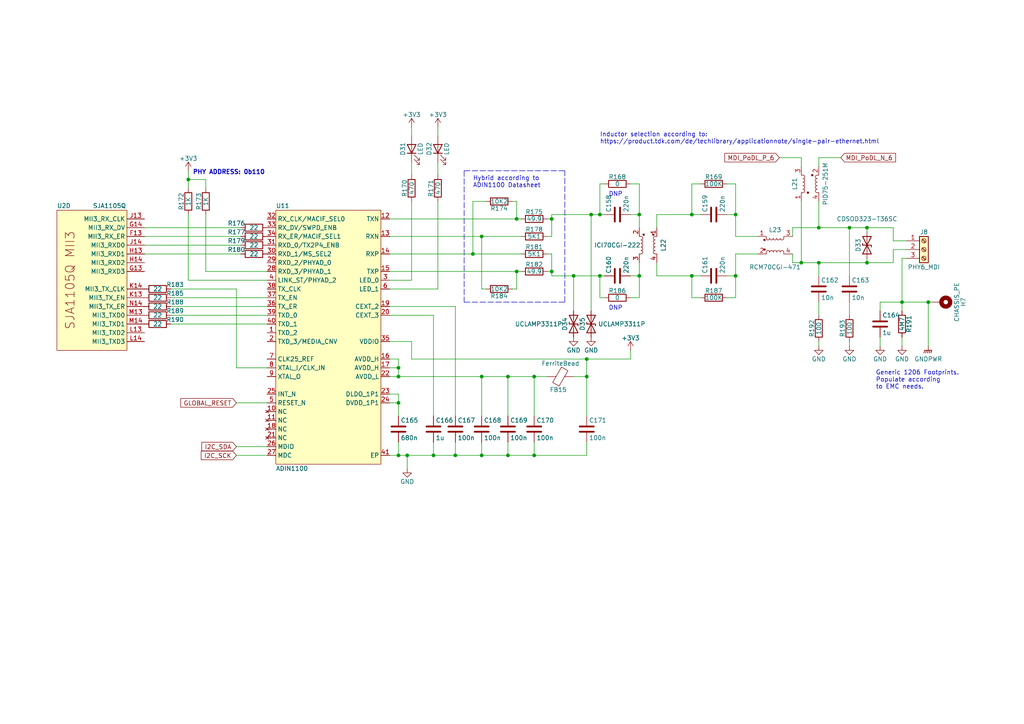
<source format=kicad_sch>
(kicad_sch (version 20211123) (generator eeschema)
  (paper "A4")
  (title_block (title "Open Hardware 10Base-T1L Switch") (date "2023-04-07") (rev "REV A") (company "Peter Heinrich") (comment 1 "Open Hardware License CERN-OHL-P v2") (comment 2 "https://github.com/peterheinrich/Open_10Base-T1L_Switch"))
  (lib_symbols
    (symbol "ADIN1100:ADIN1100"
      (property "Reference" "U" (at 0 1.27 0))
      (property "Value" "ADIN1100" (at 0 -74.93 0))
      (symbol "ADIN1100_1_1"
        (pin input line (at -2.54 -35.56 0) (length 2.54) (name "TXD_2") (number "1"))
        (pin no_connect line (at -2.54 -58.42 0) (length 2.54) (name "NC") (number "10"))
        (pin no_connect line (at -2.54 -60.96 0) (length 2.54) (name "NC") (number "11"))
        (pin bidirectional line (at 33.02 -2.54 180) (length 2.54) (name "TXN") (number "12"))
        (pin bidirectional line (at 33.02 -7.62 180) (length 2.54) (name "RXN") (number "13"))
        (pin bidirectional line (at 33.02 -12.7 180) (length 2.54) (name "RXP") (number "14"))
        (pin bidirectional line (at 33.02 -17.78 180) (length 2.54) (name "TXP") (number "15"))
        (pin power_in line (at 33.02 -43.18 180) (length 2.54) (name "AVDD_H") (number "16"))
        (pin power_in line (at 33.02 -45.72 180) (length 2.54) (name "AVDD_H") (number "17"))
        (pin no_connect line (at -2.54 -63.5 0) (length 2.54) (name "NC") (number "18"))
        (pin input line (at 33.02 -27.94 180) (length 2.54) (name "CEXT_2") (number "19"))
        (pin input line (at -2.54 -38.1 0) (length 2.54) (name "TXD_3/MEDIA_CNV") (number "2"))
        (pin input line (at 33.02 -30.48 180) (length 2.54) (name "CEXT_3") (number "20"))
        (pin no_connect line (at -2.54 -66.04 0) (length 2.54) (name "NC") (number "21"))
        (pin power_in line (at 33.02 -48.26 180) (length 2.54) (name "AVDD_L") (number "22"))
        (pin power_in line (at 33.02 -53.34 180) (length 2.54) (name "DLDO_1P1") (number "23"))
        (pin power_in line (at 33.02 -55.88 180) (length 2.54) (name "DVDD_1P1") (number "24"))
        (pin output line (at -2.54 -53.34 0) (length 2.54) (name "INT_N") (number "25"))
        (pin bidirectional line (at -2.54 -68.58 0) (length 2.54) (name "MDIO") (number "26"))
        (pin input line (at -2.54 -71.12 0) (length 2.54) (name "MDC") (number "27"))
        (pin output line (at -2.54 -17.78 0) (length 2.54) (name "RXD_3/PHYAD_1") (number "28"))
        (pin output line (at -2.54 -15.24 0) (length 2.54) (name "RXD_2/PHYAD_0") (number "29"))
        (pin output line (at 33.02 -20.32 180) (length 2.54) (name "LED_0") (number "3"))
        (pin output line (at -2.54 -12.7 0) (length 2.54) (name "RXD_1/MS_SEL2") (number "30"))
        (pin output line (at -2.54 -10.16 0) (length 2.54) (name "RXD_0/TX2P4_ENB") (number "31"))
        (pin output line (at -2.54 -2.54 0) (length 2.54) (name "RX_CLK/MACIF_SEL0") (number "32"))
        (pin output line (at -2.54 -5.08 0) (length 2.54) (name "RX_DV/SWPD_ENB") (number "33"))
        (pin output line (at -2.54 -7.62 0) (length 2.54) (name "RX_ER/MACIF_SEL1") (number "34"))
        (pin power_in line (at 33.02 -38.1 180) (length 2.54) (name "VDDIO") (number "35"))
        (pin input line (at -2.54 -27.94 0) (length 2.54) (name "TX_ER") (number "36"))
        (pin input line (at -2.54 -25.4 0) (length 2.54) (name "TX_EN") (number "37"))
        (pin output line (at -2.54 -22.86 0) (length 2.54) (name "TX_CLK") (number "38"))
        (pin input line (at -2.54 -30.48 0) (length 2.54) (name "TXD_0") (number "39"))
        (pin output line (at -2.54 -20.32 0) (length 2.54) (name "LINK_ST/PHYAD_2") (number "4"))
        (pin input line (at -2.54 -33.02 0) (length 2.54) (name "TXD_1") (number "40"))
        (pin power_in line (at 33.02 -71.12 180) (length 2.54) (name "EP") (number "41"))
        (pin input line (at -2.54 -55.88 0) (length 2.54) (name "RESET_N") (number "5"))
        (pin output line (at 33.02 -22.86 180) (length 2.54) (name "LED_1") (number "6"))
        (pin output line (at -2.54 -43.18 0) (length 2.54) (name "CLK25_REF") (number "7"))
        (pin input line (at -2.54 -45.72 0) (length 2.54) (name "XTAL_I/CLK_IN") (number "8"))
        (pin output line (at -2.54 -48.26 0) (length 2.54) (name "XTAL_O") (number "9"))
      )
    )
    (symbol "Connector:Screw_Terminal_01x03" (pin_names (offset 1.016) hide)
      (property "Reference" "J" (at 0 5.08 0))
      (property "Value" "Screw_Terminal_01x03" (at 0 -5.08 0))
      (symbol "Screw_Terminal_01x03_1_1"
        (pin passive line (at -5.08 2.54 0) (length 3.81) (name "Pin_1") (number "1"))
        (pin passive line (at -5.08 0 0) (length 3.81) (name "Pin_2") (number "2"))
        (pin passive line (at -5.08 -2.54 0) (length 3.81) (name "Pin_3") (number "3"))
      )
    )
    (symbol "Device:C" (pin_numbers hide) (pin_names (offset 0.254))
      (property "Reference" "C" (at 0.635 2.54 0))
      (property "Value" "C" (at 0.635 -2.54 0))
      (symbol "C_1_1"
        (pin passive line (at 0 3.81 270) (length 2.794) (name "~") (number "1"))
        (pin passive line (at 0 -3.81 90) (length 2.794) (name "~") (number "2"))
      )
    )
    (symbol "Device:D_TVS" (pin_numbers hide) (pin_names (offset 1.016) hide)
      (property "Reference" "D" (at 0 2.54 0))
      (property "Value" "D_TVS" (at 0 -2.54 0))
      (symbol "D_TVS_1_1"
        (pin passive line (at -3.81 0 0) (length 2.54) (name "A1") (number "1"))
        (pin passive line (at 3.81 0 180) (length 2.54) (name "A2") (number "2"))
      )
    )
    (symbol "Device:FerriteBead" (pin_numbers hide) (pin_names (offset 0))
      (property "Reference" "FB" (at -3.81 0.635 90))
      (property "Value" "FerriteBead" (at 3.81 0 90))
      (symbol "FerriteBead_1_1"
        (pin passive line (at 0 3.81 270) (length 2.54) (name "~") (number "1"))
        (pin passive line (at 0 -3.81 90) (length 2.54) (name "~") (number "2"))
      )
    )
    (symbol "Device:LED" (pin_numbers hide) (pin_names (offset 1.016) hide)
      (property "Reference" "D" (at 0 2.54 0))
      (property "Value" "LED" (at 0 -2.54 0))
      (symbol "LED_1_1"
        (pin passive line (at -3.81 0 0) (length 2.54) (name "K") (number "1"))
        (pin passive line (at 3.81 0 180) (length 2.54) (name "A") (number "2"))
      )
    )
    (symbol "Device:L_Coupled_1324" (pin_names (offset 0.254) hide)
      (property "Reference" "L" (at 0 4.445 0))
      (property "Value" "L_Coupled_1324" (at 0 -4.445 0))
      (symbol "L_Coupled_1324_1_1"
        (pin passive line (at -5.08 2.54 0) (length 2.54) (name "1") (number "1"))
        (pin passive line (at -5.08 -2.54 0) (length 2.54) (name "2") (number "2"))
        (pin passive line (at 5.08 2.54 180) (length 2.54) (name "3") (number "3"))
        (pin passive line (at 5.08 -2.54 180) (length 2.54) (name "4") (number "4"))
      )
    )
    (symbol "Device:L_Coupled_1423" (pin_names (offset 0.254) hide)
      (property "Reference" "L" (at 0 4.445 0))
      (property "Value" "L_Coupled_1423" (at 0 -4.445 0))
      (symbol "L_Coupled_1423_1_1"
        (pin passive line (at -5.08 2.54 0) (length 2.54) (name "1") (number "1"))
        (pin passive line (at -5.08 -2.54 0) (length 2.54) (name "2") (number "2"))
        (pin passive line (at 5.08 -2.54 180) (length 2.54) (name "3") (number "3"))
        (pin passive line (at 5.08 2.54 180) (length 2.54) (name "4") (number "4"))
      )
    )
    (symbol "Device:R" (pin_numbers hide) (pin_names (offset 0))
      (property "Reference" "R" (at 2.032 0 90))
      (property "Value" "R" (at 0 0 90))
      (symbol "R_1_1"
        (pin passive line (at 0 3.81 270) (length 1.27) (name "~") (number "1"))
        (pin passive line (at 0 -3.81 90) (length 1.27) (name "~") (number "2"))
      )
    )
    (symbol "L_differential_1324:L_Coupled_1324" (pin_names (offset 0.254) hide)
      (property "Reference" "L?" (at 0 4.445 0))
      (property "Value" "L_Coupled_1324" (at 0 -4.445 0))
      (symbol "L_Coupled_1324_1_1"
        (pin passive line (at -5.08 2.54 0) (length 2.54) (name "1") (number "1"))
        (pin passive line (at 5.08 -2.54 180) (length 2.54) (name "2") (number "2"))
        (pin passive line (at 5.08 2.54 180) (length 2.54) (name "3") (number "3"))
        (pin passive line (at -5.08 -2.54 0) (length 2.54) (name "4") (number "4"))
      )
    )
    (symbol "Mechanical:MountingHole_Pad" (pin_numbers hide) (pin_names (offset 1.016) hide)
      (property "Reference" "H" (at 0 6.35 0))
      (property "Value" "MountingHole_Pad" (at 0 4.445 0))
      (symbol "MountingHole_Pad_1_1"
        (pin input line (at 0 -2.54 90) (length 2.54) (name "1") (number "1"))
      )
    )
    (symbol "SJA1105Q:SJA1105Q"
      (property "Reference" "U" (at 0 1.27 0))
      (property "Value" "SJA1105Q" (at 15.24 1.27 0))
      (symbol "SJA1105Q_1_1"
        (text "SJA1105Q MII0" (at 3.81 -20.32 900) (effects (font (size 2.54 2.54))))
        (pin output line (at 25.4 -30.48 180) (length 5.08) (name "MII0_TXD0") (number "A2"))
        (pin output line (at 25.4 -27.94 180) (length 5.08) (name "MII0_TX_ER") (number "A3"))
        (pin output line (at 25.4 -33.02 180) (length 5.08) (name "MII0_TXD1") (number "B1"))
        (pin output line (at 25.4 -38.1 180) (length 5.08) (name "MII0_TXD3") (number "C1"))
        (pin output line (at 25.4 -35.56 180) (length 5.08) (name "MII0_TXD2") (number "C2"))
        (pin bidirectional line (at 25.4 -22.86 180) (length 5.08) (name "MII0_TX_CLK") (number "D1"))
        (pin output line (at 25.4 -25.4 180) (length 5.08) (name "MII0_TX_EN") (number "D2"))
        (pin input line (at 25.4 -10.16 180) (length 5.08) (name "MII0_RXD0") (number "E1"))
        (pin bidirectional line (at 25.4 -2.54 180) (length 5.08) (name "MII0_RX_CLK") (number "E2"))
        (pin input line (at 25.4 -15.24 180) (length 5.08) (name "MII0_RXD2") (number "F1"))
        (pin input line (at 25.4 -12.7 180) (length 5.08) (name "MII0_RXD1") (number "F2"))
        (pin input line (at 25.4 -5.08 180) (length 5.08) (name "MII0_RX_DV") (number "G1"))
        (pin input line (at 25.4 -17.78 180) (length 5.08) (name "MII0_RXD3") (number "G2"))
        (pin input line (at 25.4 -7.62 180) (length 5.08) (name "MII0_RX_ER") (number "H2"))
      )
      (symbol "SJA1105Q_2_1"
        (text "SJA1105Q MII1" (at 3.81 -20.32 900) (effects (font (size 2.54 2.54))))
        (pin output line (at 25.4 -27.94 180) (length 5.08) (name "MII1_TX_ER") (number "A10"))
        (pin input line (at 25.4 -5.08 180) (length 5.08) (name "MII1_RX_DV") (number "A4"))
        (pin input line (at 25.4 -15.24 180) (length 5.08) (name "MII1_RXD2") (number "A5"))
        (pin input line (at 25.4 -10.16 180) (length 5.08) (name "MII1_RXD0") (number "A6"))
        (pin bidirectional line (at 25.4 -22.86 180) (length 5.08) (name "MII1_TX_CLK") (number "A7"))
        (pin output line (at 25.4 -38.1 180) (length 5.08) (name "MII1_TXD3") (number "A8"))
        (pin output line (at 25.4 -33.02 180) (length 5.08) (name "MII1_TXD1") (number "A9"))
        (pin input line (at 25.4 -7.62 180) (length 5.08) (name "MII1_RX_ER") (number "B3"))
        (pin input line (at 25.4 -17.78 180) (length 5.08) (name "MII1_RXD3") (number "B4"))
        (pin input line (at 25.4 -12.7 180) (length 5.08) (name "MII1_RXD1") (number "B5"))
        (pin bidirectional line (at 25.4 -2.54 180) (length 5.08) (name "MII1_RX_CLK") (number "B6"))
        (pin output line (at 25.4 -25.4 180) (length 5.08) (name "MII1_TX_EN") (number "B7"))
        (pin output line (at 25.4 -35.56 180) (length 5.08) (name "MII1_TXD2") (number "B8"))
        (pin output line (at 25.4 -30.48 180) (length 5.08) (name "MII1_TXD0") (number "B9"))
      )
      (symbol "SJA1105Q_3_1"
        (text "SJA1105Q MII2" (at 3.81 -20.32 900) (effects (font (size 2.54 2.54))))
        (pin input line (at 25.4 -5.08 180) (length 5.08) (name "MII2_RX_DV") (number "A11"))
        (pin input line (at 25.4 -15.24 180) (length 5.08) (name "MII2_RXD2") (number "A12"))
        (pin input line (at 25.4 -10.16 180) (length 5.08) (name "MII2_RXD0") (number "A13"))
        (pin input line (at 25.4 -7.62 180) (length 5.08) (name "MII2_RX_ER") (number "B10"))
        (pin input line (at 25.4 -17.78 180) (length 5.08) (name "MII2_RXD3") (number "B11"))
        (pin input line (at 25.4 -12.7 180) (length 5.08) (name "MII2_RXD1") (number "B12"))
        (pin bidirectional line (at 25.4 -2.54 180) (length 5.08) (name "MII2_RX_CLK") (number "B14"))
        (pin output line (at 25.4 -25.4 180) (length 5.08) (name "MII2_TX_EN") (number "C13"))
        (pin bidirectional line (at 25.4 -22.86 180) (length 5.08) (name "MII2_TX_CLK") (number "C14"))
        (pin output line (at 25.4 -35.56 180) (length 5.08) (name "MII2_TXD2") (number "D13"))
        (pin output line (at 25.4 -38.1 180) (length 5.08) (name "MII2_TXD3") (number "D14"))
        (pin output line (at 25.4 -30.48 180) (length 5.08) (name "MII2_TXD0") (number "E13"))
        (pin output line (at 25.4 -33.02 180) (length 5.08) (name "MII2_TXD1") (number "E14"))
        (pin output line (at 25.4 -27.94 180) (length 5.08) (name "MII2_TX_ER") (number "F14"))
      )
      (symbol "SJA1105Q_4_1"
        (text "SJA1105Q MII3" (at 3.81 -20.32 900) (effects (font (size 2.54 2.54))))
        (pin input line (at 25.4 -7.62 180) (length 5.08) (name "MII3_RX_ER") (number "F13"))
        (pin input line (at 25.4 -17.78 180) (length 5.08) (name "MII3_RXD3") (number "G13"))
        (pin input line (at 25.4 -5.08 180) (length 5.08) (name "MII3_RX_DV") (number "G14"))
        (pin input line (at 25.4 -12.7 180) (length 5.08) (name "MII3_RXD1") (number "H13"))
        (pin input line (at 25.4 -15.24 180) (length 5.08) (name "MII3_RXD2") (number "H14"))
        (pin bidirectional line (at 25.4 -2.54 180) (length 5.08) (name "MII3_RX_CLK") (number "J13"))
        (pin input line (at 25.4 -10.16 180) (length 5.08) (name "MII3_RXD0") (number "J14"))
        (pin output line (at 25.4 -25.4 180) (length 5.08) (name "MII3_TX_EN") (number "K13"))
        (pin bidirectional line (at 25.4 -22.86 180) (length 5.08) (name "MII3_TX_CLK") (number "K14"))
        (pin output line (at 25.4 -35.56 180) (length 5.08) (name "MII3_TXD2") (number "L13"))
        (pin output line (at 25.4 -38.1 180) (length 5.08) (name "MII3_TXD3") (number "L14"))
        (pin output line (at 25.4 -30.48 180) (length 5.08) (name "MII3_TXD0") (number "M13"))
        (pin output line (at 25.4 -33.02 180) (length 5.08) (name "MII3_TXD1") (number "M14"))
        (pin output line (at 25.4 -27.94 180) (length 5.08) (name "MII3_TX_ER") (number "N14"))
      )
      (symbol "SJA1105Q_5_1"
        (text "SJA1105Q MII4" (at 3.81 -20.32 900) (effects (font (size 2.54 2.54))))
        (pin input line (at 25.4 -10.16 180) (length 5.08) (name "MII4_RXD0") (number "N10"))
        (pin input line (at 25.4 -15.24 180) (length 5.08) (name "MII4_RXD2") (number "N11"))
        (pin input line (at 25.4 -5.08 180) (length 5.08) (name "MII4_RX_DV") (number "N12"))
        (pin output line (at 25.4 -33.02 180) (length 5.08) (name "MII4_TXD1") (number "N7"))
        (pin output line (at 25.4 -38.1 180) (length 5.08) (name "MII4_TXD3") (number "N8"))
        (pin bidirectional line (at 25.4 -22.86 180) (length 5.08) (name "MII4_TX_CLK") (number "N9"))
        (pin bidirectional line (at 25.4 -2.54 180) (length 5.08) (name "MII4_RX_CLK") (number "P10"))
        (pin input line (at 25.4 -12.7 180) (length 5.08) (name "MII4_RXD1") (number "P11"))
        (pin input line (at 25.4 -17.78 180) (length 5.08) (name "MII4_RXD3") (number "P12"))
        (pin input line (at 25.4 -7.62 180) (length 5.08) (name "MII4_RX_ER") (number "P13"))
        (pin output line (at 25.4 -27.94 180) (length 5.08) (name "MII4_TX_ER") (number "P6"))
        (pin output line (at 25.4 -30.48 180) (length 5.08) (name "MII4_TXD0") (number "P7"))
        (pin output line (at 25.4 -35.56 180) (length 5.08) (name "MII4_TXD2") (number "P8"))
        (pin output line (at 25.4 -25.4 180) (length 5.08) (name "MII4_TX_EN") (number "P9"))
      )
      (symbol "SJA1105Q_6_1"
        (text "SJA1105Q CLK" (at 15.24 -17.78 900) (effects (font (size 2.54 2.54))))
        (pin output line (at -5.08 -2.54 0) (length 5.08) (name "CLK_OUT") (number "H1"))
        (pin input line (at -5.08 -20.32 0) (length 5.08) (name "OSC_IN") (number "K2"))
        (pin output line (at -5.08 -7.62 0) (length 5.08) (name "OSC_OUT") (number "L1"))
        (pin power_in line (at 33.02 -17.78 180) (length 5.08) (name "i.c.") (number "L4"))
        (pin input line (at 33.02 -2.54 180) (length 5.08) (name "TRST_N") (number "M1"))
        (pin input line (at 33.02 -10.16 180) (length 5.08) (name "TDI") (number "M2"))
        (pin input line (at 33.02 -12.7 180) (length 5.08) (name "TCK") (number "N1"))
        (pin output line (at 33.02 -7.62 180) (length 5.08) (name "TDO") (number "N3"))
        (pin bidirectional line (at -5.08 -33.02 0) (length 5.08) (name "PTP_CLK") (number "N4"))
        (pin input line (at 33.02 -25.4 180) (length 5.08) (name "SDI") (number "N5"))
        (pin input line (at 33.02 -30.48 180) (length 5.08) (name "SS_N") (number "N6"))
        (pin input line (at 33.02 -5.08 180) (length 5.08) (name "TMS") (number "P2"))
        (pin input line (at 33.02 -33.02 180) (length 5.08) (name "RST_N") (number "P3"))
        (pin output line (at 33.02 -27.94 180) (length 5.08) (name "SDO") (number "P4"))
        (pin input line (at 33.02 -22.86 180) (length 5.08) (name "SCK") (number "P5"))
      )
      (symbol "SJA1105Q_7_1"
        (text "SJA1105Q Power" (at 12.7 -48.26 900) (effects (font (size 2.54 2.54))))
        (pin power_in line (at -5.08 -2.54 0) (length 5.08) (name "VSS") (number "A1"))
        (pin power_in line (at 33.02 -88.9 180) (length 5.08) (name "VSS") (number "A14"))
        (pin power_in line (at 33.02 -83.82 180) (length 5.08) (name "VSS") (number "B13"))
        (pin power_in line (at 33.02 -48.26 180) (length 5.08) (name "VDDIO_MII2") (number "D10"))
        (pin power_in line (at 33.02 -50.8 180) (length 5.08) (name "VDDIO_MII2") (number "D11"))
        (pin power_in line (at 33.02 -33.02 180) (length 5.08) (name "VDDIO_MII0") (number "D4"))
        (pin power_in line (at 33.02 -40.64 180) (length 5.08) (name "VDDIO_MII1") (number "D5"))
        (pin power_in line (at 33.02 -7.62 180) (length 5.08) (name "VDD_CORE") (number "D6"))
        (pin power_in line (at 33.02 -43.18 180) (length 5.08) (name "VDDIO_MII1") (number "D7"))
        (pin power_in line (at 33.02 -45.72 180) (length 5.08) (name "VDDIO_MII1") (number "D8"))
        (pin power_in line (at 33.02 -12.7 180) (length 5.08) (name "VDD_CORE") (number "D9"))
        (pin power_in line (at -5.08 -91.44 0) (length 5.08) (name "VSS") (number "E10"))
        (pin power_in line (at 33.02 -53.34 180) (length 5.08) (name "VDDIO_MII2") (number "E11"))
        (pin power_in line (at 33.02 -35.56 180) (length 5.08) (name "VDDIO_MII0") (number "E4"))
        (pin power_in line (at -5.08 -12.7 0) (length 5.08) (name "VSS") (number "E5"))
        (pin power_in line (at -5.08 -27.94 0) (length 5.08) (name "VSS") (number "E6"))
        (pin power_in line (at -5.08 -43.18 0) (length 5.08) (name "VSS") (number "E7"))
        (pin power_in line (at -5.08 -60.96 0) (length 5.08) (name "VSS") (number "E8"))
        (pin power_in line (at -5.08 -76.2 0) (length 5.08) (name "VSS") (number "E9"))
        (pin power_in line (at -5.08 -93.98 0) (length 5.08) (name "VSS") (number "F10"))
        (pin power_in line (at 33.02 -17.78 180) (length 5.08) (name "VDD_CORE") (number "F11"))
        (pin power_in line (at 33.02 -2.54 180) (length 5.08) (name "VDD_CORE") (number "F4"))
        (pin power_in line (at -5.08 -15.24 0) (length 5.08) (name "VSS") (number "F5"))
        (pin power_in line (at -5.08 -30.48 0) (length 5.08) (name "VSS") (number "F6"))
        (pin power_in line (at -5.08 -45.72 0) (length 5.08) (name "VSS") (number "F7"))
        (pin power_in line (at -5.08 -63.5 0) (length 5.08) (name "VSS") (number "F8"))
        (pin power_in line (at -5.08 -78.74 0) (length 5.08) (name "VSS") (number "F9"))
        (pin power_in line (at -5.08 -96.52 0) (length 5.08) (name "VSS") (number "G10"))
        (pin power_in line (at 33.02 -55.88 180) (length 5.08) (name "VDDIO_MII3") (number "G11"))
        (pin power_in line (at 33.02 -38.1 180) (length 5.08) (name "VDDIO_MII0") (number "G4"))
        (pin power_in line (at -5.08 -17.78 0) (length 5.08) (name "VSS") (number "G5"))
        (pin power_in line (at -5.08 -33.02 0) (length 5.08) (name "VSS") (number "G6"))
        (pin power_in line (at -5.08 -48.26 0) (length 5.08) (name "VSS") (number "G7"))
        (pin power_in line (at -5.08 -66.04 0) (length 5.08) (name "VSS") (number "G8"))
        (pin power_in line (at -5.08 -81.28 0) (length 5.08) (name "VSS") (number "G9"))
        (pin power_in line (at 33.02 -76.2 180) (length 5.08) (name "VSS") (number "H10"))
        (pin power_in line (at 33.02 -58.42 180) (length 5.08) (name "VDDIO_MII3") (number "H11"))
        (pin power_in line (at 33.02 -27.94 180) (length 5.08) (name "VDDIO_CLO") (number "H4"))
        (pin power_in line (at -5.08 -20.32 0) (length 5.08) (name "VSS") (number "H5"))
        (pin power_in line (at -5.08 -35.56 0) (length 5.08) (name "VSS") (number "H6"))
        (pin power_in line (at -5.08 -50.8 0) (length 5.08) (name "VSS") (number "H7"))
        (pin power_in line (at -5.08 -68.58 0) (length 5.08) (name "VSS") (number "H8"))
        (pin power_in line (at -5.08 -83.82 0) (length 5.08) (name "VSS") (number "H9"))
        (pin power_in line (at 33.02 -25.4 180) (length 5.08) (name "VDDA_PLL") (number "J1"))
        (pin power_in line (at 33.02 -78.74 180) (length 5.08) (name "VSS") (number "J10"))
        (pin power_in line (at 33.02 -20.32 180) (length 5.08) (name "VDD_CORE") (number "J11"))
        (pin power_in line (at 33.02 -96.52 180) (length 5.08) (name "VSSA_PLL") (number "J2"))
        (pin power_in line (at 33.02 -5.08 180) (length 5.08) (name "VDD_CORE") (number "J4"))
        (pin power_in line (at -5.08 -22.86 0) (length 5.08) (name "VSS") (number "J5"))
        (pin power_in line (at -5.08 -38.1 0) (length 5.08) (name "VSS") (number "J6"))
        (pin power_in line (at -5.08 -53.34 0) (length 5.08) (name "VSS") (number "J7"))
        (pin power_in line (at -5.08 -71.12 0) (length 5.08) (name "VSS") (number "J8"))
        (pin power_in line (at -5.08 -86.36 0) (length 5.08) (name "VSS") (number "J9"))
        (pin power_in line (at 33.02 -22.86 180) (length 5.08) (name "VDDA_OSC") (number "K1"))
        (pin power_in line (at 33.02 -81.28 180) (length 5.08) (name "VSS") (number "K10"))
        (pin power_in line (at 33.02 -60.96 180) (length 5.08) (name "VDDIO_MII3") (number "K11"))
        (pin power_in line (at -5.08 -10.16 0) (length 5.08) (name "VSS") (number "K4"))
        (pin power_in line (at -5.08 -25.4 0) (length 5.08) (name "VSS") (number "K5"))
        (pin power_in line (at -5.08 -40.64 0) (length 5.08) (name "VSS") (number "K6"))
        (pin power_in line (at -5.08 -55.88 0) (length 5.08) (name "VSS") (number "K7"))
        (pin power_in line (at -5.08 -73.66 0) (length 5.08) (name "VSS") (number "K8"))
        (pin power_in line (at -5.08 -88.9 0) (length 5.08) (name "VSS") (number "K9"))
        (pin power_in line (at 33.02 -66.04 180) (length 5.08) (name "VDDIO_MII4") (number "L10"))
        (pin power_in line (at 33.02 -68.58 180) (length 5.08) (name "VDDIO_MII4") (number "L11"))
        (pin power_in line (at 33.02 -93.98 180) (length 5.08) (name "VSSA_OSC") (number "L2"))
        (pin power_in line (at 33.02 -30.48 180) (length 5.08) (name "VDDIO_HOST") (number "L5"))
        (pin power_in line (at 33.02 -10.16 180) (length 5.08) (name "VDD_CORE") (number "L6"))
        (pin power_in line (at -5.08 -58.42 0) (length 5.08) (name "VSS") (number "L7"))
        (pin power_in line (at 33.02 -63.5 180) (length 5.08) (name "VDDIO_MII4") (number "L8"))
        (pin power_in line (at 33.02 -15.24 180) (length 5.08) (name "VDD_CORE") (number "L9"))
        (pin power_in line (at 33.02 -86.36 180) (length 5.08) (name "VSS") (number "N13"))
        (pin power_in line (at -5.08 -7.62 0) (length 5.08) (name "VSS") (number "N2"))
        (pin power_in line (at -5.08 -5.08 0) (length 5.08) (name "VSS") (number "P1"))
        (pin power_in line (at 33.02 -91.44 180) (length 5.08) (name "VSS") (number "P14"))
      )
    )
    (symbol "power:+3V3" (power) (pin_names (offset 0))
      (property "Value" "+3V3" (at 0 3.556 0))
      (symbol "+3V3_1_1"
        (pin power_in line (at 0 0 90) (length 0) hide (name "+3V3") (number "1"))
      )
    )
    (symbol "power:GND" (power) (pin_names (offset 0))
      (property "Value" "GND" (at 0 -3.81 0))
      (symbol "GND_1_1"
        (pin power_in line (at 0 0 270) (length 0) hide (name "GND") (number "1"))
      )
    )
    (symbol "power:GNDPWR" (power) (pin_names (offset 0))
      (property "Value" "GNDPWR" (at 0 -3.302 0))
      (symbol "GNDPWR_1_1"
        (pin power_in line (at 0 0 270) (length 0) hide (name "GNDPWR") (number "1"))
      )
    )
  )
  (junction (at 160.02 78.74))
  (junction (at 54.61 52.07))
  (junction (at 147.32 109.22))
  (junction (at 166.37 80.01))
  (junction (at 200.66 80.01))
  (junction (at 115.57 106.68))
  (junction (at 115.57 109.22))
  (junction (at 269.24 87.63))
  (junction (at 115.57 132.08))
  (junction (at 132.08 132.08))
  (junction (at 118.11 132.08))
  (junction (at 139.7 132.08))
  (junction (at 125.73 132.08))
  (junction (at 170.18 109.22))
  (junction (at 154.94 109.22))
  (junction (at 185.42 80.01))
  (junction (at 200.66 62.23))
  (junction (at 147.32 132.08))
  (junction (at 149.86 63.5))
  (junction (at 171.45 62.23))
  (junction (at 137.16 73.66))
  (junction (at 173.99 80.01))
  (junction (at 246.38 66.04))
  (junction (at 139.7 68.58))
  (junction (at 213.36 62.23))
  (junction (at 213.36 80.01))
  (junction (at 115.57 116.84))
  (junction (at 173.99 62.23))
  (junction (at 160.02 63.5))
  (junction (at 237.49 76.2))
  (junction (at 149.86 78.74))
  (junction (at 251.46 66.04))
  (junction (at 185.42 62.23))
  (junction (at 154.94 132.08))
  (junction (at 261.62 87.63))
  (junction (at 139.7 109.22))
  (junction (at 232.41 76.2))
  (junction (at 170.18 104.14))
  (junction (at 237.49 66.04))
  (junction (at 251.46 76.2))
  (wire (pts (xy 68.58 116.84) (xy 77.47 116.84)))
  (wire (pts (xy 213.36 53.34) (xy 213.36 62.23)))
  (wire (pts (xy 154.94 132.08) (xy 170.18 132.08)))
  (wire (pts (xy 54.61 49.53) (xy 54.61 52.07)))
  (wire (pts (xy 113.03 88.9) (xy 132.08 88.9)))
  (wire (pts (xy 185.42 53.34) (xy 185.42 62.23)))
  (wire (pts (xy 255.27 97.79) (xy 255.27 100.33)))
  (wire (pts (xy 115.57 106.68) (xy 115.57 109.22)))
  (wire (pts (xy 148.59 58.42) (xy 149.86 58.42)))
  (wire (pts (xy 213.36 73.66) (xy 213.36 80.01)))
  (wire (pts (xy 59.69 62.23) (xy 59.69 78.74)))
  (wire (pts (xy 170.18 109.22) (xy 170.18 120.65)))
  (wire (pts (xy 171.45 62.23) (xy 171.45 90.17)))
  (wire (pts (xy 119.38 104.14) (xy 170.18 104.14)))
  (wire (pts (xy 158.75 73.66) (xy 160.02 73.66)))
  (wire (pts (xy 119.38 58.42) (xy 119.38 81.28)))
  (wire (pts (xy 59.69 78.74) (xy 77.47 78.74)))
  (wire (pts (xy 160.02 80.01) (xy 160.02 78.74)))
  (wire (pts (xy 203.2 53.34) (xy 200.66 53.34)))
  (wire (pts (xy 170.18 132.08) (xy 170.18 128.27)))
  (wire (pts (xy 203.2 86.36) (xy 200.66 86.36)))
  (wire (pts (xy 140.97 83.82) (xy 139.7 83.82)))
  (wire (pts (xy 118.11 132.08) (xy 125.73 132.08)))
  (wire (pts (xy 125.73 120.65) (xy 125.73 91.44)))
  (wire (pts (xy 148.59 83.82) (xy 149.86 83.82)))
  (wire (pts (xy 200.66 86.36) (xy 200.66 80.01)))
  (wire (pts (xy 185.42 80.01) (xy 185.42 76.2)))
  (wire (pts (xy 210.82 53.34) (xy 213.36 53.34)))
  (wire (pts (xy 173.99 86.36) (xy 173.99 80.01)))
  (wire (pts (xy 262.89 72.39) (xy 259.08 72.39)))
  (wire (pts (xy 132.08 128.27) (xy 132.08 132.08)))
  (wire (pts (xy 160.02 62.23) (xy 160.02 63.5)))
  (wire (pts (xy 182.88 62.23) (xy 185.42 62.23)))
  (wire (pts (xy 127 83.82) (xy 127 58.42)))
  (polyline (pts (xy 134.62 49.53) (xy 163.83 49.53)))
  (polyline (pts (xy 134.62 87.63) (xy 163.83 87.63)))
  (wire (pts (xy 119.38 99.06) (xy 119.38 104.14)))
  (wire (pts (xy 158.75 78.74) (xy 160.02 78.74)))
  (wire (pts (xy 139.7 68.58) (xy 139.7 83.82)))
  (wire (pts (xy 115.57 114.3) (xy 115.57 116.84)))
  (wire (pts (xy 190.5 62.23) (xy 200.66 62.23)))
  (wire (pts (xy 259.08 72.39) (xy 259.08 76.2)))
  (wire (pts (xy 127 46.99) (xy 127 50.8)))
  (wire (pts (xy 119.38 36.83) (xy 119.38 39.37)))
  (wire (pts (xy 115.57 116.84) (xy 115.57 120.65)))
  (wire (pts (xy 113.03 68.58) (xy 139.7 68.58)))
  (wire (pts (xy 237.49 66.04) (xy 246.38 66.04)))
  (wire (pts (xy 190.5 80.01) (xy 190.5 76.2)))
  (wire (pts (xy 149.86 78.74) (xy 151.13 78.74)))
  (wire (pts (xy 190.5 62.23) (xy 190.5 66.04)))
  (wire (pts (xy 182.88 104.14) (xy 182.88 101.6)))
  (wire (pts (xy 149.86 63.5) (xy 151.13 63.5)))
  (wire (pts (xy 115.57 104.14) (xy 115.57 106.68)))
  (wire (pts (xy 170.18 104.14) (xy 170.18 109.22)))
  (wire (pts (xy 54.61 81.28) (xy 54.61 62.23)))
  (wire (pts (xy 219.71 73.66) (xy 213.36 73.66)))
  (wire (pts (xy 261.62 97.79) (xy 261.62 100.33)))
  (wire (pts (xy 237.49 48.26) (xy 237.49 45.72)))
  (wire (pts (xy 246.38 87.63) (xy 246.38 91.44)))
  (wire (pts (xy 232.41 76.2) (xy 237.49 76.2)))
  (wire (pts (xy 200.66 53.34) (xy 200.66 62.23)))
  (wire (pts (xy 49.53 83.82) (xy 68.58 83.82)))
  (wire (pts (xy 158.75 63.5) (xy 160.02 63.5)))
  (wire (pts (xy 115.57 128.27) (xy 115.57 132.08)))
  (wire (pts (xy 115.57 109.22) (xy 113.03 109.22)))
  (wire (pts (xy 54.61 52.07) (xy 59.69 52.07)))
  (wire (pts (xy 255.27 87.63) (xy 255.27 90.17)))
  (wire (pts (xy 139.7 132.08) (xy 139.7 128.27)))
  (wire (pts (xy 261.62 87.63) (xy 261.62 74.93)))
  (wire (pts (xy 113.03 114.3) (xy 115.57 114.3)))
  (wire (pts (xy 147.32 132.08) (xy 154.94 132.08)))
  (wire (pts (xy 113.03 63.5) (xy 149.86 63.5)))
  (wire (pts (xy 246.38 66.04) (xy 251.46 66.04)))
  (wire (pts (xy 175.26 86.36) (xy 173.99 86.36)))
  (wire (pts (xy 119.38 81.28) (xy 113.03 81.28)))
  (wire (pts (xy 59.69 52.07) (xy 59.69 54.61)))
  (wire (pts (xy 113.03 106.68) (xy 115.57 106.68)))
  (wire (pts (xy 139.7 109.22) (xy 115.57 109.22)))
  (wire (pts (xy 185.42 86.36) (xy 185.42 80.01)))
  (wire (pts (xy 68.58 132.08) (xy 77.47 132.08)))
  (wire (pts (xy 139.7 68.58) (xy 151.13 68.58)))
  (wire (pts (xy 113.03 132.08) (xy 115.57 132.08)))
  (wire (pts (xy 160.02 80.01) (xy 166.37 80.01)))
  (polyline (pts (xy 134.62 49.53) (xy 134.62 87.63)))
  (wire (pts (xy 226.06 45.72) (xy 232.41 45.72)))
  (wire (pts (xy 182.88 80.01) (xy 185.42 80.01)))
  (wire (pts (xy 49.53 91.44) (xy 77.47 91.44)))
  (wire (pts (xy 118.11 132.08) (xy 118.11 135.89)))
  (wire (pts (xy 259.08 69.85) (xy 259.08 66.04)))
  (wire (pts (xy 213.36 62.23) (xy 213.36 68.58)))
  (wire (pts (xy 68.58 83.82) (xy 68.58 106.68)))
  (wire (pts (xy 119.38 46.99) (xy 119.38 50.8)))
  (wire (pts (xy 125.73 91.44) (xy 113.03 91.44)))
  (wire (pts (xy 270.51 87.63) (xy 269.24 87.63)))
  (wire (pts (xy 200.66 62.23) (xy 203.2 62.23)))
  (wire (pts (xy 140.97 58.42) (xy 137.16 58.42)))
  (wire (pts (xy 41.91 66.04) (xy 69.85 66.04)))
  (wire (pts (xy 115.57 132.08) (xy 118.11 132.08)))
  (wire (pts (xy 154.94 132.08) (xy 154.94 128.27)))
  (wire (pts (xy 182.88 86.36) (xy 185.42 86.36)))
  (wire (pts (xy 77.47 81.28) (xy 54.61 81.28)))
  (wire (pts (xy 160.02 62.23) (xy 171.45 62.23)))
  (polyline (pts (xy 163.83 87.63) (xy 163.83 49.53)))
  (wire (pts (xy 269.24 87.63) (xy 269.24 100.33)))
  (wire (pts (xy 200.66 80.01) (xy 203.2 80.01)))
  (wire (pts (xy 237.49 99.06) (xy 237.49 100.33)))
  (wire (pts (xy 237.49 45.72) (xy 243.84 45.72)))
  (wire (pts (xy 251.46 74.93) (xy 251.46 76.2)))
  (wire (pts (xy 175.26 80.01) (xy 173.99 80.01)))
  (wire (pts (xy 113.03 73.66) (xy 137.16 73.66)))
  (wire (pts (xy 232.41 45.72) (xy 232.41 48.26)))
  (wire (pts (xy 232.41 58.42) (xy 232.41 76.2)))
  (wire (pts (xy 251.46 66.04) (xy 251.46 67.31)))
  (wire (pts (xy 68.58 129.54) (xy 77.47 129.54)))
  (wire (pts (xy 113.03 104.14) (xy 115.57 104.14)))
  (wire (pts (xy 154.94 109.22) (xy 158.75 109.22)))
  (wire (pts (xy 132.08 132.08) (xy 125.73 132.08)))
  (wire (pts (xy 139.7 120.65) (xy 139.7 109.22)))
  (wire (pts (xy 158.75 68.58) (xy 160.02 68.58)))
  (wire (pts (xy 147.32 132.08) (xy 147.32 128.27)))
  (wire (pts (xy 237.49 76.2) (xy 251.46 76.2)))
  (wire (pts (xy 175.26 53.34) (xy 173.99 53.34)))
  (wire (pts (xy 229.87 76.2) (xy 232.41 76.2)))
  (wire (pts (xy 173.99 62.23) (xy 175.26 62.23)))
  (wire (pts (xy 246.38 66.04) (xy 246.38 80.01)))
  (wire (pts (xy 41.91 73.66) (xy 69.85 73.66)))
  (wire (pts (xy 170.18 104.14) (xy 182.88 104.14)))
  (wire (pts (xy 149.86 78.74) (xy 149.86 83.82)))
  (wire (pts (xy 132.08 88.9) (xy 132.08 120.65)))
  (wire (pts (xy 262.89 69.85) (xy 259.08 69.85)))
  (wire (pts (xy 166.37 80.01) (xy 166.37 90.17)))
  (wire (pts (xy 160.02 63.5) (xy 160.02 68.58)))
  (wire (pts (xy 160.02 78.74) (xy 160.02 73.66)))
  (wire (pts (xy 41.91 71.12) (xy 69.85 71.12)))
  (wire (pts (xy 237.49 58.42) (xy 237.49 66.04)))
  (wire (pts (xy 41.91 68.58) (xy 69.85 68.58)))
  (wire (pts (xy 219.71 68.58) (xy 213.36 68.58)))
  (wire (pts (xy 132.08 132.08) (xy 139.7 132.08)))
  (wire (pts (xy 170.18 109.22) (xy 166.37 109.22)))
  (wire (pts (xy 49.53 93.98) (xy 77.47 93.98)))
  (wire (pts (xy 125.73 132.08) (xy 125.73 128.27)))
  (wire (pts (xy 173.99 80.01) (xy 166.37 80.01)))
  (wire (pts (xy 185.42 62.23) (xy 185.42 66.04)))
  (wire (pts (xy 147.32 120.65) (xy 147.32 109.22)))
  (wire (pts (xy 171.45 62.23) (xy 173.99 62.23)))
  (wire (pts (xy 210.82 62.23) (xy 213.36 62.23)))
  (wire (pts (xy 237.49 87.63) (xy 237.49 91.44)))
  (wire (pts (xy 49.53 88.9) (xy 77.47 88.9)))
  (wire (pts (xy 261.62 87.63) (xy 255.27 87.63)))
  (wire (pts (xy 269.24 87.63) (xy 261.62 87.63)))
  (wire (pts (xy 113.03 99.06) (xy 119.38 99.06)))
  (wire (pts (xy 237.49 76.2) (xy 237.49 80.01)))
  (wire (pts (xy 229.87 66.04) (xy 229.87 68.58)))
  (wire (pts (xy 251.46 76.2) (xy 259.08 76.2)))
  (wire (pts (xy 213.36 80.01) (xy 210.82 80.01)))
  (wire (pts (xy 173.99 53.34) (xy 173.99 62.23)))
  (wire (pts (xy 182.88 53.34) (xy 185.42 53.34)))
  (wire (pts (xy 137.16 58.42) (xy 137.16 73.66)))
  (wire (pts (xy 113.03 83.82) (xy 127 83.82)))
  (wire (pts (xy 137.16 73.66) (xy 151.13 73.66)))
  (wire (pts (xy 115.57 116.84) (xy 113.03 116.84)))
  (wire (pts (xy 49.53 86.36) (xy 77.47 86.36)))
  (wire (pts (xy 261.62 87.63) (xy 261.62 90.17)))
  (wire (pts (xy 113.03 78.74) (xy 149.86 78.74)))
  (wire (pts (xy 229.87 66.04) (xy 237.49 66.04)))
  (wire (pts (xy 54.61 54.61) (xy 54.61 52.07)))
  (wire (pts (xy 147.32 109.22) (xy 139.7 109.22)))
  (wire (pts (xy 261.62 74.93) (xy 262.89 74.93)))
  (wire (pts (xy 251.46 66.04) (xy 259.08 66.04)))
  (wire (pts (xy 229.87 76.2) (xy 229.87 73.66)))
  (wire (pts (xy 154.94 109.22) (xy 147.32 109.22)))
  (wire (pts (xy 213.36 86.36) (xy 213.36 80.01)))
  (wire (pts (xy 190.5 80.01) (xy 200.66 80.01)))
  (wire (pts (xy 127 36.83) (xy 127 39.37)))
  (wire (pts (xy 139.7 132.08) (xy 147.32 132.08)))
  (wire (pts (xy 149.86 58.42) (xy 149.86 63.5)))
  (wire (pts (xy 246.38 99.06) (xy 246.38 100.33)))
  (wire (pts (xy 154.94 120.65) (xy 154.94 109.22)))
  (wire (pts (xy 68.58 106.68) (xy 77.47 106.68)))
  (wire (pts (xy 210.82 86.36) (xy 213.36 86.36)))
  (text "PHY ADDRESS: 0b110" (at 55.88 50.8 0) (effects (font (size 1.27 1.27) bold) (justify left bottom)))
  (text "Hybrid according to\nADIN1100 Datasheet" (at 137.16 54.61 0) (effects (font (size 1.27 1.27)) (justify left bottom)))
  (text "DNP" (at 176.53 57.15 0) (effects (font (size 1.27 1.27)) (justify left bottom)))
  (text "Inductor selection according to:\nhttps://product.tdk.com/de/techlibrary/applicationnote/single-pair-ethernet.html" (at 173.99 41.91 0) (effects (font (size 1.27 1.27)) (justify left bottom)))
  (text "DNP" (at 176.53 90.17 0) (effects (font (size 1.27 1.27)) (justify left bottom)))
  (text "Generic 1206 Footprints.\nPopulate according \nto EMC needs." (at 254 113.03 0) (effects (font (size 1.27 1.27)) (justify left bottom)))
  (global_label "MDI_PoDL_N_6" (shape input) (at 243.84 45.72 0) (property "Intersheet References" "${INTERSHEET_REFS}" (effects hide)))
  (global_label "I2C_SDA" (shape input) (at 68.58 129.54 180) (property "Intersheet References" "${INTERSHEET_REFS}" (effects hide)))
  (global_label "MDI_PoDL_P_6" (shape input) (at 226.06 45.72 180) (property "Intersheet References" "${INTERSHEET_REFS}" (effects hide)))
  (global_label "I2C_SCK" (shape input) (at 68.58 132.08 180) (property "Intersheet References" "${INTERSHEET_REFS}" (effects hide)))
  (global_label "GLOBAL_RESET" (shape input) (at 68.58 116.84 180) (property "Intersheet References" "${INTERSHEET_REFS}" (effects hide)))
  (symbol (lib_id "power:+3V3") (at 119.38 36.83 0) (unit 1)
    (property "Reference" "#PWR0155" (effects hide))
    (property "Value" "+3V3" (at 119.38 33.274 0))
  )
  (symbol (lib_id "Device:R") (at 179.07 86.36 90) (unit 1)
    (property "Reference" "R186" (at 179.07 84.328 90))
    (property "Value" "0" (at 179.07 86.36 90))
    (property "Footprint" "Resistor_SMD:R_0805_2012Metric" (effects hide))
  )
  (symbol (lib_id "Device:C") (at 207.01 62.23 90) (unit 1)
    (property "Reference" "C159" (at 204.47 61.595 0) (effects (justify left)))
    (property "Value" "220n" (at 209.55 61.595 0) (effects (justify left)))
    (property "Footprint" "Capacitor_SMD:C_0805_2012Metric" (effects hide))
  )
  (symbol (lib_id "Device:R") (at 154.94 68.58 90) (unit 1)
    (property "Reference" "R178" (at 154.94 66.548 90))
    (property "Value" "5K1" (at 154.94 68.58 90))
    (property "Footprint" "Resistor_SMD:R_0603_1608Metric" (effects hide))
  )
  (symbol (lib_id "Device:R") (at 45.72 91.44 90) (unit 1)
    (property "Reference" "R189" (at 50.8 90.17 90))
    (property "Value" "22" (at 45.72 91.44 90))
    (property "Footprint" "Resistor_SMD:R_0603_1608Metric" (effects hide))
  )
  (symbol (lib_id "power:GND") (at 118.11 135.89 0) (unit 1)
    (property "Reference" "#PWR0166" (effects hide))
    (property "Value" "GND" (at 118.11 139.7 0))
  )
  (symbol (lib_id "Device:C") (at 207.01 80.01 90) (unit 1)
    (property "Reference" "C161" (at 204.47 79.375 0) (effects (justify left)))
    (property "Value" "220n" (at 209.55 79.375 0) (effects (justify left)))
    (property "Footprint" "Capacitor_SMD:C_0805_2012Metric" (effects hide))
  )
  (symbol (lib_id "Device:R") (at 207.01 53.34 90) (unit 1)
    (property "Reference" "R169" (at 207.01 51.308 90))
    (property "Value" "100K" (at 207.01 53.34 90))
    (property "Footprint" "Resistor_SMD:R_0805_2012Metric" (effects hide))
  )
  (symbol (lib_id "power:+3V3") (at 127 36.83 0) (unit 1)
    (property "Reference" "#PWR0156" (effects hide))
    (property "Value" "+3V3" (at 127 33.274 0))
  )
  (symbol (lib_id "Device:R") (at 179.07 53.34 90) (unit 1)
    (property "Reference" "R168" (at 179.07 51.308 90))
    (property "Value" "0" (at 179.07 53.34 90))
    (property "Footprint" "Resistor_SMD:R_0805_2012Metric" (effects hide))
  )
  (symbol (lib_id "Device:D_TVS") (at 171.45 93.98 90) (unit 1)
    (property "Reference" "D35" (at 168.91 93.98 0))
    (property "Value" "UCLAMP3311P" (at 180.34 93.98 90))
  )
  (symbol (lib_id "Device:R") (at 127 54.61 180) (unit 1)
    (property "Reference" "R171" (at 124.968 54.61 90))
    (property "Value" "470" (at 127 54.61 90))
    (property "Footprint" "Resistor_SMD:R_0603_1608Metric" (effects hide))
  )
  (symbol (lib_id "power:+3V3") (at 182.88 101.6 0) (unit 1)
    (property "Reference" "#PWR0165" (effects hide))
    (property "Value" "+3V3" (at 182.88 98.044 0))
  )
  (symbol (lib_id "Device:R") (at 45.72 93.98 90) (unit 1)
    (property "Reference" "R190" (at 50.8 92.71 90))
    (property "Value" "22" (at 45.72 93.98 90))
    (property "Footprint" "Resistor_SMD:R_0603_1608Metric" (effects hide))
  )
  (symbol (lib_id "Device:R") (at 73.66 73.66 90) (unit 1)
    (property "Reference" "R180" (at 68.58 72.39 90))
    (property "Value" "22" (at 73.66 73.66 90))
    (property "Footprint" "Resistor_SMD:R_0603_1608Metric" (effects hide))
  )
  (symbol (lib_id "Device:R") (at 261.62 93.98 0) (unit 1)
    (property "Reference" "R191" (at 263.652 93.98 90))
    (property "Value" "4M7" (at 261.62 93.98 90))
    (property "Footprint" "Resistor_SMD:R_1206_3216Metric" (effects hide))
  )
  (symbol (lib_id "Device:C") (at 246.38 83.82 0) (unit 1)
    (property "Reference" "C163" (at 247.015 81.28 0) (effects (justify left)))
    (property "Value" "10n" (at 247.015 86.36 0) (effects (justify left)))
    (property "Footprint" "Capacitor_SMD:C_0805_2012Metric" (effects hide))
  )
  (symbol (lib_id "Device:L_Coupled_1324") (at 224.79 71.12 0) (unit 1)
    (property "Reference" "L23" (at 224.79 66.675 0))
    (property "Value" "RCM70CGI-471" (at 224.79 77.47 0))
  )
  (symbol (lib_id "power:+3V3") (at 54.61 49.53 0) (unit 1)
    (property "Reference" "#PWR0157" (effects hide))
    (property "Value" "+3V3" (at 54.61 45.974 0))
  )
  (symbol (lib_id "Device:L_Coupled_1423") (at 187.96 71.12 270) (unit 1)
    (property "Reference" "L22" (at 192.405 71.12 0))
    (property "Value" "ICI70CGI-222" (at 179.07 71.12 90))
  )
  (symbol (lib_id "L_differential_1324:L_Coupled_1324") (at 234.95 53.34 90) (unit 1)
    (property "Reference" "L21" (at 230.505 53.34 0))
    (property "Value" "PID75-251M" (at 239.395 53.34 0))
  )
  (symbol (lib_id "Device:LED") (at 127 43.18 90) (unit 1)
    (property "Reference" "D32" (at 124.46 43.18 0))
    (property "Value" "LED" (at 129.54 43.18 0))
    (property "Footprint" "LED_SMD:LED_0603_1608Metric" (effects hide))
  )
  (symbol (lib_id "Device:R") (at 73.66 66.04 90) (unit 1)
    (property "Reference" "R176" (at 68.58 64.77 90))
    (property "Value" "22" (at 73.66 66.04 90))
    (property "Footprint" "Resistor_SMD:R_0603_1608Metric" (effects hide))
  )
  (symbol (lib_id "Device:R") (at 59.69 58.42 180) (unit 1)
    (property "Reference" "R173" (at 57.658 58.42 90))
    (property "Value" "1K" (at 59.69 58.42 90))
    (property "Footprint" "Resistor_SMD:R_0603_1608Metric" (effects hide))
  )
  (symbol (lib_id "Mechanical:MountingHole_Pad") (at 273.05 87.63 270) (unit 1)
    (property "Reference" "H7" (at 279.4 87.63 0))
    (property "Value" "CHASSIS_PE" (at 277.495 87.63 0))
  )
  (symbol (lib_id "Device:R") (at 154.94 63.5 90) (unit 1)
    (property "Reference" "R175" (at 154.94 61.468 90))
    (property "Value" "49.9" (at 154.94 63.5 90))
    (property "Footprint" "Resistor_SMD:R_0603_1608Metric" (effects hide))
  )
  (symbol (lib_id "Device:R") (at 237.49 95.25 180) (unit 1)
    (property "Reference" "R192" (at 235.458 95.25 90))
    (property "Value" "100" (at 237.49 95.25 90))
    (property "Footprint" "Resistor_SMD:R_0805_2012Metric" (effects hide))
  )
  (symbol (lib_id "power:GND") (at 237.49 100.33 0) (unit 1)
    (property "Reference" "#PWR0160" (effects hide))
    (property "Value" "GND" (at 237.49 104.14 0))
  )
  (symbol (lib_id "Device:R") (at 73.66 68.58 90) (unit 1)
    (property "Reference" "R177" (at 68.58 67.31 90))
    (property "Value" "22" (at 73.66 68.58 90))
    (property "Footprint" "Resistor_SMD:R_0603_1608Metric" (effects hide))
  )
  (symbol (lib_id "power:GND") (at 255.27 100.33 0) (unit 1)
    (property "Reference" "#PWR0162" (effects hide))
    (property "Value" "GND" (at 255.27 104.14 0))
  )
  (symbol (lib_id "Device:D_TVS") (at 166.37 93.98 90) (unit 1)
    (property "Reference" "D34" (at 163.83 93.98 0))
    (property "Value" "UCLAMP3311P" (at 156.21 93.98 90))
  )
  (symbol (lib_id "Device:R") (at 144.78 58.42 270) (unit 1)
    (property "Reference" "R174" (at 144.78 60.452 90))
    (property "Value" "10K2" (at 144.78 58.42 90))
    (property "Footprint" "Resistor_SMD:R_0603_1608Metric" (effects hide))
  )
  (symbol (lib_id "Device:C") (at 139.7 124.46 0) (unit 1)
    (property "Reference" "C168" (at 140.335 121.92 0) (effects (justify left)))
    (property "Value" "100n" (at 140.335 127 0) (effects (justify left)))
    (property "Footprint" "Capacitor_SMD:C_0603_1608Metric" (effects hide))
  )
  (symbol (lib_id "Connector:Screw_Terminal_01x03") (at 267.97 72.39 0) (unit 1)
    (property "Reference" "J8" (at 267.97 67.31 0))
    (property "Value" "PHY6_MDI" (at 267.97 77.47 0))
  )
  (symbol (lib_id "Device:C") (at 147.32 124.46 0) (unit 1)
    (property "Reference" "C169" (at 147.955 121.92 0) (effects (justify left)))
    (property "Value" "100n" (at 147.955 127 0) (effects (justify left)))
    (property "Footprint" "Capacitor_SMD:C_0603_1608Metric" (effects hide))
  )
  (symbol (lib_id "Device:R") (at 45.72 83.82 90) (unit 1)
    (property "Reference" "R183" (at 50.8 82.55 90))
    (property "Value" "22" (at 45.72 83.82 90))
    (property "Footprint" "Resistor_SMD:R_0603_1608Metric" (effects hide))
  )
  (symbol (lib_id "power:GND") (at 171.45 97.79 0) (unit 1)
    (property "Reference" "#PWR0159" (effects hide))
    (property "Value" "GND" (at 171.45 101.6 0))
  )
  (symbol (lib_id "Device:LED") (at 119.38 43.18 90) (unit 1)
    (property "Reference" "D31" (at 116.84 43.18 0))
    (property "Value" "LED" (at 121.92 43.18 0))
    (property "Footprint" "LED_SMD:LED_0603_1608Metric" (effects hide))
  )
  (symbol (lib_id "Device:R") (at 45.72 86.36 90) (unit 1)
    (property "Reference" "R185" (at 50.8 85.09 90))
    (property "Value" "22" (at 45.72 86.36 90))
    (property "Footprint" "Resistor_SMD:R_0603_1608Metric" (effects hide))
  )
  (symbol (lib_id "power:GND") (at 246.38 100.33 0) (unit 1)
    (property "Reference" "#PWR0161" (effects hide))
    (property "Value" "GND" (at 246.38 104.14 0))
  )
  (symbol (lib_id "Device:R") (at 119.38 54.61 180) (unit 1)
    (property "Reference" "R170" (at 117.348 54.61 90))
    (property "Value" "470" (at 119.38 54.61 90))
    (property "Footprint" "Resistor_SMD:R_0603_1608Metric" (effects hide))
  )
  (symbol (lib_id "Device:R") (at 144.78 83.82 270) (unit 1)
    (property "Reference" "R184" (at 144.78 85.852 90))
    (property "Value" "10K2" (at 144.78 83.82 90))
    (property "Footprint" "Resistor_SMD:R_0603_1608Metric" (effects hide))
  )
  (symbol (lib_id "power:GND") (at 166.37 97.79 0) (unit 1)
    (property "Reference" "#PWR0158" (effects hide))
    (property "Value" "GND" (at 166.37 101.6 0))
  )
  (symbol (lib_id "power:GND") (at 261.62 100.33 0) (unit 1)
    (property "Reference" "#PWR0163" (effects hide))
    (property "Value" "GND" (at 261.62 104.14 0))
  )
  (symbol (lib_id "Device:R") (at 54.61 58.42 180) (unit 1)
    (property "Reference" "R172" (at 52.578 58.42 90))
    (property "Value" "1K" (at 54.61 58.42 90))
    (property "Footprint" "Resistor_SMD:R_0603_1608Metric" (effects hide))
  )
  (symbol (lib_id "Device:C") (at 255.27 93.98 0) (unit 1)
    (property "Reference" "C164" (at 255.905 91.44 0) (effects (justify left)))
    (property "Value" "1u" (at 255.905 96.52 0) (effects (justify left)))
    (property "Footprint" "Capacitor_SMD:C_1206_3216Metric" (effects hide))
  )
  (symbol (lib_id "Device:C") (at 179.07 62.23 90) (unit 1)
    (property "Reference" "C158" (at 176.53 61.595 0) (effects (justify left)))
    (property "Value" "220n" (at 181.61 61.595 0) (effects (justify left)))
    (property "Footprint" "Capacitor_SMD:C_0805_2012Metric" (effects hide))
  )
  (symbol (lib_id "Device:R") (at 45.72 88.9 90) (unit 1)
    (property "Reference" "R188" (at 50.8 87.63 90))
    (property "Value" "22" (at 45.72 88.9 90))
    (property "Footprint" "Resistor_SMD:R_0603_1608Metric" (effects hide))
  )
  (symbol (lib_id "Device:C") (at 170.18 124.46 0) (unit 1)
    (property "Reference" "C171" (at 170.815 121.92 0) (effects (justify left)))
    (property "Value" "100n" (at 170.815 127 0) (effects (justify left)))
    (property "Footprint" "Capacitor_SMD:C_0603_1608Metric" (effects hide))
  )
  (symbol (lib_id "Device:C") (at 125.73 124.46 0) (unit 1)
    (property "Reference" "C166" (at 126.365 121.92 0) (effects (justify left)))
    (property "Value" "1u" (at 126.365 127 0) (effects (justify left)))
    (property "Footprint" "Capacitor_SMD:C_0603_1608Metric" (effects hide))
  )
  (symbol (lib_id "Device:R") (at 207.01 86.36 90) (unit 1)
    (property "Reference" "R187" (at 207.01 84.328 90))
    (property "Value" "100K" (at 207.01 86.36 90))
    (property "Footprint" "Resistor_SMD:R_0805_2012Metric" (effects hide))
  )
  (symbol (lib_id "Device:C") (at 237.49 83.82 0) (unit 1)
    (property "Reference" "C162" (at 238.125 81.28 0) (effects (justify left)))
    (property "Value" "10n" (at 238.125 86.36 0) (effects (justify left)))
    (property "Footprint" "Capacitor_SMD:C_0805_2012Metric" (effects hide))
  )
  (symbol (lib_id "Device:R") (at 73.66 71.12 90) (unit 1)
    (property "Reference" "R179" (at 68.58 69.85 90))
    (property "Value" "22" (at 73.66 71.12 90))
    (property "Footprint" "Resistor_SMD:R_0603_1608Metric" (effects hide))
  )
  (symbol (lib_id "ADIN1100:ADIN1100") (at 80.01 60.96 0) (unit 1)
    (property "Reference" "U11" (at 80.01 59.69 0) (effects (justify left)))
    (property "Value" "ADIN1100" (at 80.01 135.89 0) (effects (justify left)))
    (property "Footprint" "ADIN1100:LFCSP-40_EP_TheramVias" (effects hide))
    (property "Datasheet" "https://www.analog.com/media/en/technical-documentation/data-sheets/adin1100.pdf" (effects hide))
  )
  (symbol (lib_id "Device:C") (at 154.94 124.46 0) (unit 1)
    (property "Reference" "C170" (at 155.575 121.92 0) (effects (justify left)))
    (property "Value" "100n" (at 155.575 127 0) (effects (justify left)))
    (property "Footprint" "Capacitor_SMD:C_0603_1608Metric" (effects hide))
  )
  (symbol (lib_id "Device:C") (at 179.07 80.01 90) (unit 1)
    (property "Reference" "C160" (at 176.53 79.375 0) (effects (justify left)))
    (property "Value" "220n" (at 181.61 79.375 0) (effects (justify left)))
    (property "Footprint" "Capacitor_SMD:C_0805_2012Metric" (effects hide))
  )
  (symbol (lib_id "Device:C") (at 115.57 124.46 0) (unit 1)
    (property "Reference" "C165" (at 116.205 121.92 0) (effects (justify left)))
    (property "Value" "680n" (at 116.205 127 0) (effects (justify left)))
    (property "Footprint" "Capacitor_SMD:C_0603_1608Metric" (effects hide))
  )
  (symbol (lib_id "Device:D_TVS") (at 251.46 71.12 90) (unit 1)
    (property "Reference" "D33" (at 248.92 71.12 0))
    (property "Value" "CDSOD323-T36SC" (at 251.46 63.5 90))
  )
  (symbol (lib_id "Device:R") (at 246.38 95.25 180) (unit 1)
    (property "Reference" "R193" (at 244.348 95.25 90))
    (property "Value" "100" (at 246.38 95.25 90))
    (property "Footprint" "Resistor_SMD:R_0805_2012Metric" (effects hide))
  )
  (symbol (lib_id "power:GNDPWR") (at 269.24 100.33 0) (unit 1)
    (property "Reference" "#PWR0164" (effects hide))
    (property "Value" "GNDPWR" (at 269.24 104.14 0))
  )
  (symbol (lib_id "Device:R") (at 154.94 73.66 90) (unit 1)
    (property "Reference" "R181" (at 154.94 71.628 90))
    (property "Value" "5K1" (at 154.94 73.66 90))
    (property "Footprint" "Resistor_SMD:R_0603_1608Metric" (effects hide))
  )
  (symbol (lib_id "Device:FerriteBead") (at 162.56 109.22 90) (unit 1)
    (property "Reference" "FB15" (at 161.925 113.03 90))
    (property "Value" "FerriteBead" (at 162.56 105.41 90))
    (property "Footprint" "Inductor_SMD:L_0805_2012Metric" (effects hide))
  )
  (symbol (lib_id "Device:R") (at 154.94 78.74 90) (unit 1)
    (property "Reference" "R182" (at 154.94 76.708 90))
    (property "Value" "49.9" (at 154.94 78.74 90))
    (property "Footprint" "Resistor_SMD:R_0603_1608Metric" (effects hide))
  )
  (symbol (lib_id "Device:C") (at 132.08 124.46 0) (unit 1)
    (property "Reference" "C167" (at 132.715 121.92 0) (effects (justify left)))
    (property "Value" "100n" (at 132.715 127 0) (effects (justify left)))
    (property "Footprint" "Capacitor_SMD:C_0603_1608Metric" (effects hide))
  )
  (symbol (lib_id "SJA1105Q:SJA1105Q") (at 16.51 60.96 0) (unit 4)
    (property "Reference" "U2" (at 16.51 59.69 0) (effects (justify left)))
    (property "Value" "SJA1105Q" (at 31.75 59.69 0))
    (property "Footprint" "SJA1105Q:LFBGA_12x12mm_P0.8mm" (effects hide))
    (property "Datasheet" "https://www.nxp.com/docs/en/data-sheet/SJA1105PQRS.pdf" (effects hide))
  )
)
</source>
